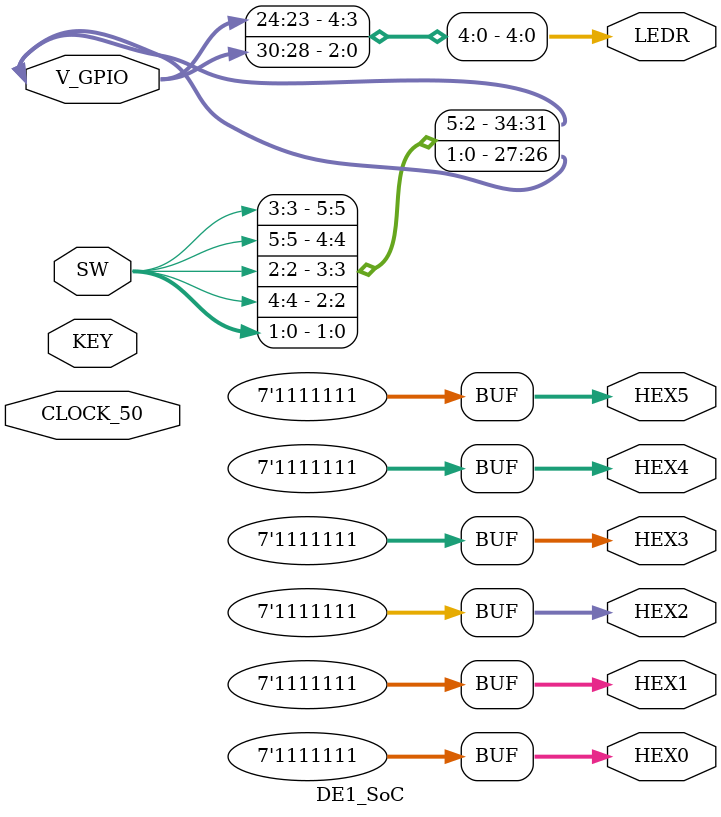
<source format=sv>

module DE1_SoC (CLOCK_50, HEX0, HEX1, HEX2, HEX3, HEX4, HEX5, KEY, SW, LEDR, V_GPIO);

	// define ports
	input  logic CLOCK_50;
	output logic [6:0] HEX0, HEX1, HEX2, HEX3, HEX4, HEX5;
	input  logic [3:0] KEY;
	input  logic [9:0] SW;
	output logic [9:0] LEDR;
	inout  logic [35:23] V_GPIO;

   // Initialize HEX
   assign HEX0 = '1;
	assign HEX1 = '1;
	assign HEX2 = '1;
	assign HEX3 = '1;
	assign HEX4 = '1;
	assign HEX5 = '1;

	// FPGA output
	assign V_GPIO[26] = SW[0];	// LED parking 1
	assign V_GPIO[27] = SW[1];	// LED parking 2
	assign V_GPIO[32] = SW[2];	// LED parking 3
	assign V_GPIO[34] = SW[3];	// LED full
	assign V_GPIO[31] = SW[4];	// Open entrance
	assign V_GPIO[33] = SW[5];	// Open exit

	// FPGA input
	assign LEDR[0] = V_GPIO[28];	// Presence parking 1
	assign LEDR[1] = V_GPIO[29];	// Presence parking 2
	assign LEDR[2] = V_GPIO[30];	// Presence parking 3
	assign LEDR[3] = V_GPIO[23];	// Presence entrance
	assign LEDR[4] = V_GPIO[24];	// Presence exit

endmodule  // DE1_SoC

</source>
